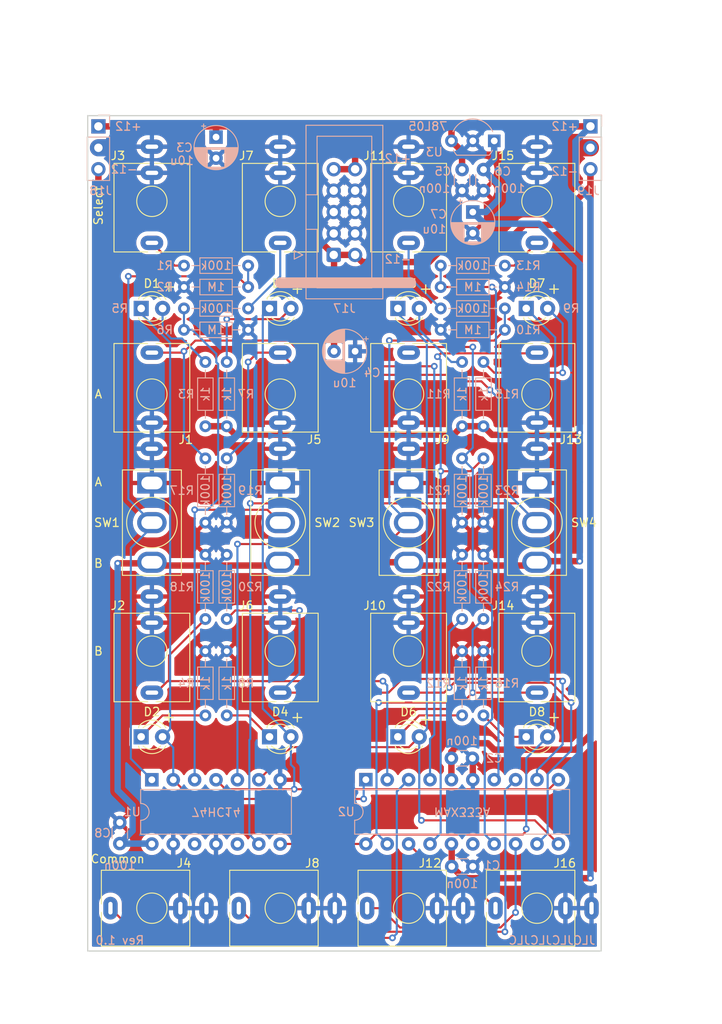
<source format=kicad_pcb>
(kicad_pcb (version 20211014) (generator pcbnew)
  (layers (0 "F.Cu" signal) (31 "B.Cu" signal) (34 "B.Paste" user) (35 "F.Paste" user) (36 "B.SilkS" user "B.Silkscreen") (37 "F.SilkS" user "F.Silkscreen") (38 "B.Mask" user) (39 "F.Mask" user) (44 "Edge.Cuts" user))
  (net 0 "")
  (net 1 "GND")
  (net 2 "VCC")
  (net 3 "VEE")
  (net 4 "+5V")
  (net 5 "Net-(D1-Pad1)")
  (net 6 "Net-(D2-Pad1)")
  (net 7 "Net-(J1-PadT)")
  (net 8 "Net-(J2-PadT)")
  (net 9 "Net-(J3-PadT)")
  (net 10 "Net-(J4-PadT)")
  (net 11 "Net-(J5-PadT)")
  (net 12 "Net-(J6-PadT)")
  (net 13 "Net-(J7-PadT)")
  (net 14 "Net-(J8-PadT)")
  (net 15 "Net-(J9-PadT)")
  (net 16 "Net-(J10-PadT)")
  (net 17 "Net-(J11-PadT)")
  (net 18 "Net-(J12-PadT)")
  (net 19 "Net-(J13-PadT)")
  (net 20 "Net-(J14-PadT)")
  (net 21 "Net-(J15-PadT)")
  (net 22 "Net-(J16-PadT)")
  (net 23 "Net-(R1-Pad2)")
  (net 27 "Net-(D3-Pad1)")
  (net 28 "Net-(D4-Pad1)")
  (net 29 "Net-(D5-Pad1)")
  (net 30 "Net-(D6-Pad1)")
  (net 31 "Net-(R5-Pad2)")
  (net 32 "Net-(R13-Pad2)")
  (net 33 "Net-(D1-Pad2)")
  (net 34 "Net-(D3-Pad2)")
  (net 35 "Net-(D7-Pad1)")
  (net 36 "Net-(D5-Pad2)")
  (net 37 "Net-(D8-Pad1)")
  (net 38 "Net-(D7-Pad2)")
  (net 39 "Net-(R10-Pad2)")
  (footprint "AAA_Library:Jack_3.5mm_QingPu_WQP-PJ398SM_Stefan" (layer "F.Cu") (at 73.66 83.82 180)
    (fp_text reference "J5")
    (fp_text value "AudioJack2_SwitchT")
  )
  (footprint "AAA_Library:Jack_3.5mm_QingPu_WQP-PJ398SM_Stefan" (layer "F.Cu") (at 58.42 144.78 -90)
    (fp_text reference "J4")
    (fp_text value "AudioJack2_SwitchT")
  )
  (footprint "AAA_Library:Jack_3.5mm_QingPu_WQP-PJ398SM_Stefan" (layer "F.Cu") (at 58.42 83.82 180)
    (fp_text reference "J1")
    (fp_text value "AudioJack2_SwitchT")
  )
  (footprint "LED_THT:LED_D3.0mm" (layer "F.Cu") (at 72.39 73.66)
    (fp_text reference "D3")
    (fp_text value "LED")
  )
  (footprint "AAA_Library:Jack_3.5mm_QingPu_WQP-PJ398SM_Stefan" (layer "F.Cu") (at 73.66 114.3)
    (fp_text reference "J6")
    (fp_text value "AudioJack2_SwitchT")
  )
  (footprint "AAA_Library:Jack_3.5mm_QingPu_WQP-PJ398SM_Stefan" (layer "F.Cu") (at 88.9 60.96)
    (fp_text reference "J11")
    (fp_text value "AudioJack2_SwitchT")
  )
  (footprint "AAA_Library:Jack_3.5mm_QingPu_WQP-PJ398SM_Stefan" (layer "F.Cu") (at 88.9 83.82 180)
    (fp_text reference "J9")
    (fp_text value "AudioJack2_SwitchT")
  )
  (footprint "LED_THT:LED_D3.0mm" (layer "F.Cu") (at 57.15 73.66)
    (fp_text reference "D1")
    (fp_text value "LED")
  )
  (footprint "StefanLibrary:SW_MINI_TOGGLE" (layer "F.Cu") (at 104.14 99.06 -90)
    (fp_text reference "SW4")
    (fp_text value "SW_SPDT")
  )
  (footprint "LED_THT:LED_D3.0mm" (layer "F.Cu") (at 102.865 124.46)
    (fp_text reference "D8")
    (fp_text value "LED")
  )
  (footprint "LED_THT:LED_D3.0mm" (layer "F.Cu") (at 87.625 124.46)
    (fp_text reference "D6")
    (fp_text value "LED")
  )
  (footprint "AAA_Library:Jack_3.5mm_QingPu_WQP-PJ398SM_Stefan" (layer "F.Cu") (at 58.42 114.3)
    (fp_text reference "J2")
    (fp_text value "AudioJack2_SwitchT")
  )
  (footprint "LED_THT:LED_D3.0mm" (layer "F.Cu") (at 72.385 124.46)
    (fp_text reference "D4")
    (fp_text value "LED")
  )
  (footprint "AAA_Library:Jack_3.5mm_QingPu_WQP-PJ398SM_Stefan" (layer "F.Cu") (at 73.66 60.96)
    (fp_text reference "J7")
    (fp_text value "AudioJack2_SwitchT")
  )
  (footprint "AAA_Library:Jack_3.5mm_QingPu_WQP-PJ398SM_Stefan" (layer "F.Cu") (at 88.9 144.78 -90)
    (fp_text reference "J12")
    (fp_text value "AudioJack2_SwitchT")
  )
  (footprint "AAA_Library:Jack_3.5mm_QingPu_WQP-PJ398SM_Stefan" (layer "F.Cu") (at 58.42 60.96)
    (fp_text reference "J3")
    (fp_text value "AudioJack2_SwitchT")
  )
  (footprint "AAA_Library:Jack_3.5mm_QingPu_WQP-PJ398SM_Stefan" (layer "F.Cu") (at 73.66 144.78 -90)
    (fp_text reference "J8")
    (fp_text value "AudioJack2_SwitchT")
  )
  (footprint "LED_THT:LED_D3.0mm" (layer "F.Cu") (at 57.145 124.46)
    (fp_text reference "D2")
    (fp_text value "LED")
  )
  (footprint "AAA_Library:Jack_3.5mm_QingPu_WQP-PJ398SM_Stefan" (layer "F.Cu") (at 104.14 114.3)
    (fp_text reference "J14")
    (fp_text value "AudioJack2_SwitchT")
  )
  (footprint "StefanLibrary:SW_MINI_TOGGLE" (layer "F.Cu") (at 73.66 99.06 -90)
    (fp_text reference "SW2")
    (fp_text value "SW_SPDT")
  )
  (footprint "LED_THT:LED_D3.0mm" (layer "F.Cu") (at 102.87 73.66)
    (fp_text reference "D7")
    (fp_text value "LED")
  )
  (footprint "StefanLibrary:SW_MINI_TOGGLE" (layer "F.Cu") (at 88.9 99.06 -90)
    (fp_text reference "SW3")
    (fp_text value "SW_SPDT")
  )
  (footprint "StefanLibrary:SW_MINI_TOGGLE" (layer "F.Cu") (at 58.42 99.06 -90)
    (fp_text reference "SW1")
    (fp_text value "SW_SPDT")
  )
  (footprint "AAA_Library:Jack_3.5mm_QingPu_WQP-PJ398SM_Stefan" (layer "F.Cu") (at 104.14 60.96)
    (fp_text reference "J15")
    (fp_text value "AudioJack2_SwitchT")
  )
  (footprint "AAA_Library:Jack_3.5mm_QingPu_WQP-PJ398SM_Stefan" (layer "F.Cu") (at 88.9 114.3)
    (fp_text reference "J10")
    (fp_text value "AudioJack2_SwitchT")
  )
  (footprint "AAA_Library:Jack_3.5mm_QingPu_WQP-PJ398SM_Stefan" (layer "F.Cu") (at 104.14 83.82 180)
    (fp_text reference "J13")
    (fp_text value "AudioJack2_SwitchT")
  )
  (footprint "AAA_Library:Jack_3.5mm_QingPu_WQP-PJ398SM_Stefan" (layer "F.Cu") (at 104.14 144.78 -90)
    (fp_text reference "J16")
    (fp_text value "AudioJack2_SwitchT")
  )
  (footprint "LED_THT:LED_D3.0mm" (layer "F.Cu") (at 87.63 73.66)
    (fp_text reference "D5")
    (fp_text value "LED")
  )
  (footprint "Resistor_THT:R_Axial_DIN0204_L3.6mm_D1.6mm_P7.62mm_Horizontal" (layer "B.Cu") (at 97.79 80.01 -90)
    (fp_text reference "R15")
    (fp_text value "1k")
  )
  (footprint "Package_TO_SOT_THT:TO-92L_Inline_Wide" (layer "B.Cu") (at 99.07 53.79 180)
    (fp_text reference "U3")
    (fp_text value "L78L05_TO92")
  )
  (footprint "Resistor_THT:R_Axial_DIN0204_L3.6mm_D1.6mm_P7.62mm_Horizontal" (layer "B.Cu") (at 67.31 80.01 -90)
    (fp_text reference "R7")
    (fp_text value "1k")
  )
  (footprint "Resistor_THT:R_Axial_DIN0204_L3.6mm_D1.6mm_P7.62mm_Horizontal" (layer "B.Cu") (at 64.77 80.01 -90)
    (fp_text reference "R3")
    (fp_text value "1k")
  )
  (footprint "Capacitor_THT:CP_Radial_D5.0mm_P2.50mm" (layer "B.Cu") (at 96.52 62.23 -90)
    (fp_text reference "C7")
    (fp_text value "10u")
  )
  (footprint "Resistor_THT:R_Axial_DIN0204_L3.6mm_D1.6mm_P7.62mm_Horizontal" (layer "B.Cu") (at 64.77 99.06 90)
    (fp_text reference "R17")
    (fp_text value "100k")
  )
  (footprint "Resistor_THT:R_Axial_DIN0204_L3.6mm_D1.6mm_P7.62mm_Horizontal" (layer "B.Cu") (at 67.31 114.3 -90)
    (fp_text reference "R8")
    (fp_text value "1k")
  )
  (footprint "Resistor_THT:R_Axial_DIN0204_L3.6mm_D1.6mm_P7.62mm_Horizontal" (layer "B.Cu") (at 62.23 71.12)
    (fp_text reference "R2")
    (fp_text value "1M")
  )
  (footprint "Resistor_THT:R_Axial_DIN0204_L3.6mm_D1.6mm_P7.62mm_Horizontal" (layer "B.Cu") (at 62.23 68.58)
    (fp_text reference "R1")
    (fp_text value "100k")
  )
  (footprint "Connector_IDC:IDC-Header_2x05_P2.54mm_Vertical" (layer "B.Cu") (at 80.01 67.31)
    (fp_text reference "J17")
    (fp_text value "Conn_02x05_Odd_Even")
  )
  (footprint "Resistor_THT:R_Axial_DIN0204_L3.6mm_D1.6mm_P7.62mm_Horizontal" (layer "B.Cu") (at 64.77 102.87 -90)
    (fp_text reference "R18")
    (fp_text value "100k")
  )
  (footprint "Resistor_THT:R_Axial_DIN0204_L3.6mm_D1.6mm_P7.62mm_Horizontal" (layer "B.Cu") (at 97.79 114.3 -90)
    (fp_text reference "R16")
    (fp_text value "1k")
  )
  (footprint "Capacitor_THT:CP_Radial_D5.0mm_P2.50mm" (layer "B.Cu") (at 66.04 53.34 -90)
    (fp_text reference "C3")
    (fp_text value "10u")
  )
  (footprint "Resistor_THT:R_Axial_DIN0204_L3.6mm_D1.6mm_P7.62mm_Horizontal" (layer "B.Cu") (at 67.31 99.06 90)
    (fp_text reference "R19")
    (fp_text value "100k")
  )
  (footprint "Connector_PinHeader_2.54mm:PinHeader_1x03_P2.54mm_Vertical" (layer "B.Cu") (at 110.49 52.07 180)
    (fp_text reference "J19")
    (fp_text value "Conn_01x03_Male")
  )
  (footprint "Package_DIP:DIP-20_W7.62mm" (layer "B.Cu") (at 83.825004 129.54 -90)
    (fp_text reference "U2")
    (fp_text value "MAX333A")
  )
  (footprint "Resistor_THT:R_Axial_DIN0204_L3.6mm_D1.6mm_P7.62mm_Horizontal" (layer "B.Cu") (at 67.31 102.87 -90)
    (fp_text reference "R20")
    (fp_text value "100k")
  )
  (footprint "Resistor_THT:R_Axial_DIN0204_L3.6mm_D1.6mm_P7.62mm_Horizontal" (layer "B.Cu") (at 97.79 99.06 90)
    (fp_text reference "R23")
    (fp_text value "100k")
  )
  (footprint "Resistor_THT:R_Axial_DIN0204_L3.6mm_D1.6mm_P7.62mm_Horizontal" (layer "B.Cu") (at 69.85 73.66 180)
    (fp_text reference "R5")
    (fp_text value "100k")
  )
  (footprint "Capacitor_THT:C_Disc_D3.0mm_W1.6mm_P2.50mm" (layer "B.Cu") (at 96.52 139.833807 180)
    (fp_text reference "C1")
    (fp_text value "100n")
  )
  (footprint "Capacitor_THT:C_Disc_D3.0mm_W1.6mm_P2.50mm" (layer "B.Cu") (at 97.79 59.69 90)
    (fp_text reference "C6")
    (fp_text value "100n")
  )
  (footprint "Resistor_THT:R_Axial_DIN0204_L3.6mm_D1.6mm_P7.62mm_Horizontal" (layer "B.Cu") (at 92.71 73.66)
    (fp_text reference "R9")
    (fp_text value "100k")
  )
  (footprint "Package_DIP:DIP-14_W7.62mm" (layer "B.Cu") (at 58.414996 129.550008 -90)
    (fp_text reference "U1")
    (fp_text value "74HC14")
  )
  (footprint "Capacitor_THT:C_Disc_D3.0mm_W1.6mm_P2.50mm" (layer "B.Cu") (at 93.98 127)
    (fp_text reference "C2")
    (fp_text value "100n")
  )
  (footprint "Resistor_THT:R_Axial_DIN0204_L3.6mm_D1.6mm_P7.62mm_Horizontal" (layer "B.Cu") (at 64.77 114.3 -90)
    (fp_text reference "R4")
    (fp_text value "1k")
  )
  (footprint "Resistor_THT:R_Axial_DIN0204_L3.6mm_D1.6mm_P7.62mm_Horizontal" (layer "B.Cu") (at 97.79 102.87 -90)
    (fp_text reference "R24")
    (fp_text value "100k")
  )
  (footprint "Resistor_THT:R_Axial_DIN0204_L3.6mm_D1.6mm_P7.62mm_Horizontal" (layer "B.Cu") (at 95.25 99.06 90)
    (fp_text reference "R21")
    (fp_text value "100k")
  )
  (footprint "Resistor_THT:R_Axial_DIN0204_L3.6mm_D1.6mm_P7.62mm_Horizontal" (layer "B.Cu") (at 100.33 68.58 180)
    (fp_text reference "R13")
    (fp_text value "100k")
  )
  (footprint "Capacitor_THT:C_Disc_D3.0mm_W1.6mm_P2.50mm" (layer "B.Cu") (at 95.25 59.69 90)
    (fp_text reference "C5")
    (fp_text value "100n")
  )
  (footprint "Resistor_THT:R_Axial_DIN0204_L3.6mm_D1.6mm_P7.62mm_Horizontal" (layer "B.Cu") (at 69.85 76.2 180)
    (fp_text reference "R6")
    (fp_text value "1M")
  )
  (footprint "Resistor_THT:R_Axial_DIN0204_L3.6mm_D1.6mm_P7.62mm_Horizontal" (layer "B.Cu") (at 95.25 114.3 -90)
    (fp_text reference "R12")
    (fp_text value "1k")
  )
  (footprint "Resistor_THT:R_Axial_DIN0204_L3.6mm_D1.6mm_P7.62mm_Horizontal" (layer "B.Cu") (at 92.71 76.2)
    (fp_text reference "R10")
    (fp_text value "1M")
  )
  (footprint "Resistor_THT:R_Axial_DIN0204_L3.6mm_D1.6mm_P7.62mm_Horizontal" (layer "B.Cu") (at 100.33 71.12 180)
    (fp_text reference "R14")
    (fp_text value "1M")
  )
  (footprint "Connector_PinHeader_2.54mm:PinHeader_1x03_P2.54mm_Vertical" (layer "B.Cu") (at 52.07 52.07 180)
    (fp_text reference "J18")
    (fp_text value "Conn_01x03_Male")
  )
  (footprint "Resistor_THT:R_Axial_DIN0204_L3.6mm_D1.6mm_P7.62mm_Horizontal" (layer "B.Cu") (at 95.25 80.01 -90)
    (fp_text reference "R11")
    (fp_text value "1k")
  )
  (footprint "Capacitor_THT:C_Disc_D3.0mm_W1.6mm_P2.50mm" (layer "B.Cu") (at 54.61 134.62 -90)
    (fp_text reference "C8")
    (fp_text value "100n")
  )
  (footprint "Capacitor_THT:CP_Radial_D5.0mm_P2.50mm" (layer "B.Cu") (at 82.55 78.74 180)
    (fp_text reference "C4")
    (fp_text value "10u")
  )
  (footprint "Resistor_THT:R_Axial_DIN0204_L3.6mm_D1.6mm_P7.62mm_Horizontal" (layer "B.Cu") (at 95.25 102.87 -90)
    (fp_text reference "R22")
    (fp_text value "100k")
  )
  (gr_line (start 73.66 70.612) (end 89.154 70.612) (layer "B.SilkS") (width 1.27))
  (gr_line (start 75.184 122.174) (end 76.2 122.174) (layer "F.SilkS") (width 0.15))
  (gr_line (start 59.944 71.12) (end 60.96 71.12) (layer "F.SilkS") (width 0.15))
  (gr_line (start 105.664 122.174) (end 106.68 122.174) (layer "F.SilkS") (width 0.15))
  (gr_line (start 75.692 70.866) (end 75.692 71.882) (layer "F.SilkS") (width 0.15))
  (gr_line (start 106.172 121.666) (end 106.172 122.682) (layer "F.SilkS") (width 0.15))
  (gr_line (start 90.932 121.92) (end 90.932 122.936) (layer "F.SilkS") (width 0.15))
  (gr_line (start 90.932 70.866) (end 90.932 71.882) (layer "F.SilkS") (width 0.15))
  (gr_line (start 90.424 122.428) (end 91.44 122.428) (layer "F.SilkS") (width 0.15))
  (gr_line (start 106.172 70.866) (end 106.172 71.882) (layer "F.SilkS") (width 0.15))
  (gr_line (start 90.424 71.374) (end 91.44 71.374) (layer "F.SilkS") (width 0.15))
  (gr_line (start 75.692 121.666) (end 75.692 122.682) (layer "F.SilkS") (width 0.15))
  (gr_line (start 59.944 122.174) (end 60.96 122.174) (layer "F.SilkS") (width 0.15))
  (gr_line (start 60.452 70.612) (end 60.452 71.628) (layer "F.SilkS") (width 0.15))
  (gr_line (start 105.664 71.374) (end 106.68 71.374) (layer "F.SilkS") (width 0.15))
  (gr_line (start 75.184 71.374) (end 76.2 71.374) (layer "F.SilkS") (width 0.15))
  (gr_line (start 60.452 121.666) (end 60.452 122.682) (layer "F.SilkS") (width 0.15))
  (gr_rect (start 50.8 50.8) (end 111.76 149.86) (layer "Edge.Cuts") (width 0.15) (fill none))
  (gr_text "-12" (at 55.118 57.15) (layer "B.SilkS") (effects (font (size 1 1)) (justify mirror)))
  (gr_text "-12" (at 87.63 67.818) (layer "B.SilkS") (effects (font (size 1 1)) (justify mirror)))
  (gr_text "+12" (at 87.63 55.88) (layer "B.SilkS") (effects (font (size 1 1)) (justify mirror)))
  (gr_text "-12" (at 107.442 57.404) (layer "B.SilkS") (effects (font (size 1 1)) (justify mirror)))
  (gr_text "+12" (at 107.442 52.07) (layer "B.SilkS") (effects (font (size 1 1)) (justify mirror)))
  (gr_text "Rev 1.0" (at 54.61 148.59) (layer "B.SilkS") (effects (font (size 1 1)) (justify mirror)))
  (gr_text "78L05" (at 91.186 52.07) (layer "B.SilkS") (effects (font (size 1 1)) (justify mirror)))
  (gr_text "+12" (at 55.626 52.07) (layer "B.SilkS") (effects (font (size 1 1)) (justify mirror)))
  (gr_text "JLCJLCJLCJLC" (at 105.918 148.59) (layer "B.SilkS") (effects (font (size 1 1)) (justify mirror)))
  (gr_text "Select" (at 52.07 61.468 90) (layer "F.SilkS") (effects (font (size 1 1))))
  (gr_text "B" (at 52.07 114.3) (layer "F.SilkS") (effects (font (size 1 1))))
  (gr_text "A" (at 52.07 83.82) (layer "F.SilkS") (effects (font (size 1 1))))
  (gr_text "A" (at 52.07 94.234) (layer "F.SilkS") (effects (font (size 1 1))))
  (gr_text "Common" (at 54.356 138.938) (layer "F.SilkS") (effects (font (size 1 1))))
  (gr_text "B" (at 52.07 103.886) (layer "F.SilkS") (effects (font (size 1 1))))
  (segment (start 96.525 127.045) (end 96.48 127) (width 0.25) (layer "F.Cu") (net 1))
  (segment (start 96.525004 129.54) (end 96.525004 127.045009) (width 0.762) (layer "F.Cu") (net 1))
  (segment (start 52.07 54.61) (end 54.61 54.61) (width 2.032) (layer "F.Cu") (net 1))
  (segment (start 107.95 54.61) (end 110.49 54.61) (width 2.032) (layer "F.Cu") (net 1))
  (segment (start 52.07 54.61) (end 54.61 54.61) (width 2.032) (layer "B.Cu") (net 1))
  (segment (start 95.25 55.05) (end 93.99 53.79) (width 0.762) (layer "F.Cu") (net 2))
  (segment (start 93.99 53.79) (end 93.99 52.08) (width 0.762) (layer "F.Cu") (net 2))
  (segment (start 82.55 57.15) (end 82.55 52.324) (width 0.762) (layer "F.Cu") (net 2))
  (segment (start 110.49 141.224) (end 95.41019 141.224) (width 0.762) (layer "F.Cu") (net 2))
  (segment (start 94.02 139.83381) (end 94.02 137.195) (width 0.762) (layer "F.Cu") (net 2))
  (segment (start 80.01 57.15) (end 82.55 57.15) (width 0.762) (layer "F.Cu") (net 2))
  (segment (start 95.41019 141.224) (end 94.02 139.83381) (width 0.762) (layer "F.Cu") (net 2))
  (segment (start 95.25 57.19) (end 95.25 55.05) (width 0.762) (layer "F.Cu") (net 2))
  (segment (start 66.04 53.34) (end 66.04 52.324) (width 0.762) (layer "F.Cu") (net 2))
  (segment (start 93.99 52.08) (end 93.98 52.07) (width 0.762) (layer "F.Cu") (net 2))
  (segment (start 65.786 52.07) (end 82.296 52.07) (width 0.762) (layer "F.Cu") (net 2))
  (segment (start 94.02 137.195) (end 93.985 137.16) (width 0.762) (layer "F.Cu") (net 2))
  (segment (start 66.04 52.324) (end 65.786 52.07) (width 0.762) (layer "F.Cu") (net 2))
  (segment (start 52.07 52.07) (end 65.786 52.07) (width 0.762) (layer "F.Cu") (net 2))
  (segment (start 82.55 52.324) (end 82.296 52.07) (width 0.762) (layer "F.Cu") (net 2))
  (segment (start 93.98 52.07) (end 110.49 52.07) (width 0.762) (layer "F.Cu") (net 2))
  (segment (start 82.296 52.07) (end 93.98 52.07) (width 0.762) (layer "F.Cu") (net 2))
  (via (at 110.49 141.224) (size 0.8) (drill 0.4) (layers "F.Cu" "B.Cu") (net 2))
  (segment (start 108.712 58.928) (end 110.49 60.706) (width 0.762) (layer "B.Cu") (net 2))
  (segment (start 110.49 52.07) (end 108.712 53.848) (width 0.762) (layer "B.Cu") (net 2))
  (segment (start 110.49 60.706) (end 110.49 141.224) (width 0.762) (layer "B.Cu") (net 2))
  (segment (start 108.712 53.848) (end 108.712 58.928) (width 0.762) (layer "B.Cu") (net 2))
  (segment (start 80.05 78.74) (end 80.05 67.35) (width 0.762) (layer "F.Cu") (net 3))
  (segment (start 82.55 67.31) (end 83.4 68.16) (width 0.762) (layer "F.Cu") (net 3))
  (segment (start 83.4 68.16) (end 91.319083 68.16) (width 0.762) (layer "F.Cu") (net 3))
  (segment (start 56.642 63.754) (end 52.07 59.182) (width 0.762) (layer "F.Cu") (net 3))
  (segment (start 91.319083 68.16) (end 93.368572 66.110511) (width 0.762) (layer "F.Cu") (net 3))
  (segment (start 52.07 59.182) (end 52.07 57.15) (width 0.762) (layer "F.Cu") (net 3))
  (segment (start 105.918 63.754) (end 110.49 59.182) (width 0.762) (layer "F.Cu") (net 3))
  (segment (start 80.01 67.31) (end 76.454 63.754) (width 0.762) (layer "F.Cu") (net 3))
  (segment (start 94.996 125.222) (end 93.98 126.238) (width 0.762) (layer "F.Cu") (net 3))
  (segment (start 76.454 63.754) (end 56.642 63.754) (width 0.762) (layer "F.Cu") (net 3))
  (segment (start 93.98 129.535) (end 93.985 129.54) (width 0.762) (layer "F.Cu") (net 3))
  (segment (start 80.05 67.35) (end 80.01 67.31) (width 0.762) (layer "F.Cu") (net 3))
  (segment (start 93.368572 66.110511) (end 100.259489 66.110511) (width 0.762) (layer "F.Cu") (net 3))
  (segment (start 93.98 126.238) (end 93.98 127) (width 0.762) (layer "F.Cu") (net 3))
  (segment (start 99.06 125.984) (end 98.298 125.222) (width 0.762) (layer "F.Cu") (net 3))
  (segment (start 110.49 57.15) (end 110.49 124.206) (width 0.762) (layer "F.Cu") (net 3))
  (segment (start 98.298 125.222) (end 94.996 125.222) (width 0.762) (layer "F.Cu") (net 3))
  (segment (start 82.55 67.31) (end 80.01 67.31) (width 0.762) (layer "F.Cu") (net 3))
  (segment (start 108.712 125.984) (end 99.06 125.984) (width 0.762) (layer "F.Cu") (net 3))
  (segment (start 102.616 63.754) (end 105.918 63.754) (width 0.762) (layer "F.Cu") (net 3))
  (segment (start 110.49 124.206) (end 108.712 125.984) (width 0.762) (layer "F.Cu") (net 3))
  (segment (start 110.49 59.182) (end 110.49 57.15) (width 0.762) (layer "F.Cu") (net 3))
  (segment (start 93.98 127) (end 93.98 129.535) (width 0.762) (layer "F.Cu") (net 3))
  (segment (start 100.259489 66.110511) (end 102.616 63.754) (width 0.762) (layer "F.Cu") (net 3))
  (segment (start 58.42 103.76) (end 57.022 103.76) (width 0.762) (layer "F.Cu") (net 4))
  (segment (start 67.31 87.63) (end 68.31052 88.63052) (width 0.762) (layer "F.Cu") (net 4))
  (segment (start 64.77 87.63) (end 67.31 87.63) (width 0.762) (layer "F.Cu") (net 4))
  (segment (start 57.022 103.76) (end 56.896 103.886) (width 0.762) (layer "F.Cu") (net 4))
  (segment (start 88.9 103.76) (end 73.66 103.76) (width 0.762) (layer "F.Cu") (net 4))
  (segment (start 108.966 88.646) (end 109.22 88.392) (width 0.762) (layer "F.Cu") (net 4))
  (segment (start 89.290511 104.150511) (end 88.9 103.76) (width 0.762) (layer "F.Cu") (net 4))
  (segment (start 97.79 87.63) (end 98.806 88.646) (width 0.762) (layer "F.Cu") (net 4))
  (segment (start 98.806 88.646) (end 108.966 88.646) (width 0.762) (layer "F.Cu") (net 4))
  (segment (start 68.31052 88.63052) (end 94.24948 88.63052) (width 0.762) (layer "F.Cu") (net 4))
  (segment (start 103.749489 104.150511) (end 89.290511 104.150511) (width 0.762) (layer "F.Cu") (net 4))
  (segment (start 56.896 103.886) (end 54.356 103.886) (width 0.762) (layer "F.Cu") (net 4))
  (segment (start 94.24948 88.63052) (end 95.25 87.63) (width 0.762) (layer "F.Cu") (net 4))
  (segment (start 73.66 103.76) (end 73.269489 104.150511) (width 0.762) (layer "F.Cu") (net 4))
  (segment (start 104.268 103.632) (end 104.14 103.76) (width 0.762) (layer "F.Cu") (net 4))
  (segment (start 104.14 103.76) (end 103.749489 104.150511) (width 0.762) (layer "F.Cu") (net 4))
  (segment (start 73.269489 104.150511) (end 58.810511 104.150511) (width 0.762) (layer "F.Cu") (net 4))
  (segment (start 58.810511 104.150511) (end 58.42 103.76) (width 0.762) (layer "F.Cu") (net 4))
  (segment (start 95.25 87.63) (end 97.79 87.63) (width 0.762) (layer "F.Cu") (net 4))
  (segment (start 109.22 103.632) (end 104.268 103.632) (width 0.762) (layer "F.Cu") (net 4))
  (via (at 109.22 103.632) (size 0.8) (drill 0.4) (layers "F.Cu" "B.Cu") (net 4))
  (via (at 109.22 88.392) (size 0.8) (drill 0.4) (layers "F.Cu" "B.Cu") (net 4))
  (via (at 54.356 103.886) (size 0.8) (drill 0.4) (layers "F.Cu" "B.Cu") (net 4))
  (segment (start 98.082 62.23) (end 99.568 60.744) (width 0.762) (layer "B.Cu") (net 4))
  (segment (start 99.06 55.92) (end 99.06 53.8) (width 0.762) (layer "B.Cu") (net 4))
  (segment (start 104.393571 63.610511) (end 109.22 68.43694) (width 0.762) (layer "B.Cu") (net 4))
  (segment (start 109.22 103.124) (end 109.22 103.632) (width 0.762) (layer "B.Cu") (net 4))
  (segment (start 109.22 69.088) (end 109.22 88.392) (width 0.762) (layer "B.Cu") (net 4))
  (segment (start 96.52 62.23) (end 98.082 62.23) (width 0.762) (layer "B.Cu") (net 4))
  (segment (start 96.52 62.23) (end 97.900511 63.610511) (width 0.762) (layer "B.Cu") (net 4))
  (segment (start 97.79 57.19) (end 99.06 55.92) (width 0.762) (layer "B.Cu") (net 4))
  (segment (start 99.06 53.8) (end 99.07 53.79) (width 0.762) (layer "B.Cu") (net 4))
  (segment (start 58.364988 137.12) (end 58.414996 137.170008) (width 0.762) (layer "B.Cu") (net 4))
  (segment (start 54.356 130.81) (end 56.134 132.588) (width 0.762) (layer "B.Cu") (net 4))
  (segment (start 56.134 132.588) (end 56.134 135.596) (width 0.762) (layer "B.Cu") (net 4))
  (segment (start 109.22 88.392) (end 109.22 94.234) (width 0.762) (layer "B.Cu") (net 4))
  (segment (start 99.568 58.968) (end 97.79 57.19) (width 0.762) (layer "B.Cu") (net 4))
  (segment (start 109.22 68.43694) (end 109.22 69.088) (width 0.762) (layer "B.Cu") (net 4))
  (segment (start 99.568 60.744) (end 99.568 58.968) (width 0.762) (layer "B.Cu") (net 4))
  (segment (start 97.900511 63.610511) (end 104.393571 63.610511) (width 0.762) (layer "B.Cu") (net 4))
  (segment (start 54.356 103.886) (end 54.356 130.81) (width 0.762) (layer "B.Cu") (net 4))
  (segment (start 54.61 137.12) (end 58.364988 137.12) (width 0.762) (layer "B.Cu") (net 4))
  (segment (start 56.134 135.596) (end 54.61 137.12) (width 0.762) (layer "B.Cu") (net 4))
  (segment (start 109.22 94.234) (end 109.22 103.124) (width 0.762) (layer "B.Cu") (net 4))
  (segment (start 62.215 130.81) (end 62.23 130.81) (width 0.25) (layer "F.Cu") (net 5))
  (segment (start 63.246 131.826) (end 83.566 131.826) (width 0.25) (layer "F.Cu") (net 5))
  (segment (start 60.955 129.55) (end 62.215 130.81) (width 0.25) (layer "F.Cu") (net 5))
  (segment (start 62.23 130.81) (end 63.246 131.826) (width 0.25) (layer "F.Cu") (net 5))
  (via (at 83.566 131.826) (size 0.8) (drill 0.4) (layers "F.Cu" "B.Cu") (net 5))
  (segment (start 60.585 123.56) (end 60.585 77.730704) (width 0.25) (layer "B.Cu") (net 5))
  (segment (start 60.585 77.730704) (end 57.15 74.295704) (width 0.25) (layer "B.Cu") (net 5))
  (segment (start 57.15 74.295704) (end 57.15 73.66) (width 0.25) (layer "B.Cu") (net 5))
  (segment (start 60.955 125.73) (end 59.685 124.46) (width 0.25) (layer "B.Cu") (net 5))
  (segment (start 83.566 131.826) (end 83.566 129.799) (width 0.25) (layer "B.Cu") (net 5))
  (segment (start 59.685 124.46) (end 60.585 123.56) (width 0.25) (layer "B.Cu") (net 5))
  (segment (start 83.566 129.799) (end 83.825 129.54) (width 0.25) (layer "B.Cu") (net 5))
  (segment (start 60.955 129.55) (end 60.955 125.73) (width 0.25) (layer "B.Cu") (net 5))
  (segment (start 59.685 121.92) (end 64.77 121.92) (width 0.25) (layer "F.Cu") (net 6))
  (segment (start 57.145 124.46) (end 59.685 121.92) (width 0.25) (layer "F.Cu") (net 6))
  (segment (start 77.724 80.518) (end 74.676 77.47) (width 0.25) (layer "F.Cu") (net 7))
  (segment (start 63.58 77.47) (end 62.15 78.9) (width 0.25) (layer "F.Cu") (net 7))
  (segment (start 91.948 80.518) (end 77.724 80.518) (width 0.25) (layer "F.Cu") (net 7))
  (segment (start 74.676 77.47) (end 63.58 77.47) (width 0.25) (layer "F.Cu") (net 7))
  (segment (start 62.15 78.9) (end 58.42 78.9) (width 0.25) (layer "F.Cu") (net 7))
  (via (at 62.23 78.740002) (size 0.8) (drill 0.4) (layers "F.Cu" "B.Cu") (net 7))
  (via (at 91.948 80.518) (size 0.8) (drill 0.4) (layers "F.Cu" "B.Cu") (net 7))
  (segment (start 62.23 88.9) (end 62.23 78.740002) (width 0.25) (layer "B.Cu") (net 7))
  (segment (start 91.445 129.54) (end 91.445 124.709) (width 0.25) (layer "B.Cu") (net 7))
  (segment (start 91.948 124.206) (end 91.948 85.344) (width 0.25) (layer "B.Cu") (net 7))
  (segment (start 91.445 124.709) (end 91.948 124.206) (width 0.25) (layer "B.Cu") (net 7))
  (segment (start 91.948 85.344) (end 91.948 80.518) (width 0.25) (layer "B.Cu") (net 7))
  (segment (start 64.77 91.44) (end 62.23 88.9) (width 0.25) (layer "B.Cu") (net 7))
  (segment (start 58.92 119.22) (end 60.284 117.856) (width 0.25) (layer "F.Cu") (net 8))
  (segment (start 60.284 117.856) (end 60.452 117.856) (width 0.25) (layer "F.Cu") (net 8))
  (segment (start 60.452 117.856) (end 60.452 114.808) (width 0.25) (layer "F.Cu") (net 8))
  (segment (start 58.42 119.22) (end 58.92 119.22) (width 0.25) (layer "F.Cu") (net 8))
  (segment (start 85.344 117.856) (end 85.852 117.856) (width 0.25) (layer "F.Cu") (net 8))
  (segment (start 60.452 114.808) (end 64.77 110.49) (width 0.25) (layer "F.Cu") (net 8))
  (segment (start 60.452 117.856) (end 85.344 117.856) (width 0.25) (layer "F.Cu") (net 8))
  (via (at 85.852 117.856) (size 0.8) (drill 0.4) (layers "F.Cu" "B.Cu") (net 8))
  (segment (start 86.365 118.369) (end 86.365 129.54) (width 0.25) (layer "B.Cu") (net 8))
  (segment (start 85.852 117.856) (end 86.365 118.369) (width 0.25) (layer "B.Cu") (net 8))
  (segment (start 62.23 68.58) (end 61.12 68.58) (width 0.25) (layer "F.Cu") (net 9))
  (segment (start 61.12 68.58) (end 58.42 65.88) (width 0.25) (layer "F.Cu") (net 9))
  (segment (start 53.5 144.78) (end 57.0185 148.2985) (width 0.25) (layer "F.Cu") (net 10))
  (segment (start 57.0185 148.2985) (end 86.981118 148.2985) (width 0.25) (layer "F.Cu") (net 10))
  (via (at 86.981118 148.2985) (size 0.8) (drill 0.4) (layers "F.Cu" "B.Cu") (net 10))
  (segment (start 87.498701 147.780917) (end 86.981118 148.2985) (width 0.25) (layer "B.Cu") (net 10))
  (segment (start 87.498701 130.946299) (end 87.498701 147.780917) (width 0.25) (layer "B.Cu") (net 10))
  (segment (start 88.905 129.54) (end 87.498701 130.946299) (width 0.25) (layer "B.Cu") (net 10))
  (segment (start 69.85 80.01) (end 70.96 78.9) (width 0.25) (layer "F.Cu") (net 11))
  (segment (start 94.055122 81.534) (end 76.294 81.534) (width 0.25) (layer "F.Cu") (net 11))
  (segment (start 94.825633 82.304511) (end 94.055122 81.534) (width 0.25) (layer "F.Cu") (net 11))
  (segment (start 98.552 83.312) (end 97.544511 82.304511) (width 0.25) (layer "F.Cu") (net 11))
  (segment (start 97.544511 82.304511) (end 94.825633 82.304511) (width 0.25) (layer "F.Cu") (net 11))
  (segment (start 70.96 78.9) (end 73.66 78.9) (width 0.25) (layer "F.Cu") (net 11))
  (segment (start 76.294 81.534) (end 73.66 78.9) (width 0.25) (layer "F.Cu") (net 11))
  (via (at 98.552 83.312) (size 0.8) (drill 0.4) (layers "F.Cu" "B.Cu") (net 11))
  (via (at 69.85 80.01) (size 0.8) (drill 0.4) (layers "F.Cu" "B.Cu") (net 11))
  (segment (start 99.568 84.328) (end 98.552 83.312) (width 0.25) (layer "B.Cu") (net 11))
  (segment (start 99.065 129.54) (end 99.568 129.037) (width 0.25) (layer "B.Cu") (net 11))
  (segment (start 69.85 88.9) (end 69.85 81.28) (width 0.25) (layer "B.Cu") (net 11))
  (segment (start 99.568 112.776) (end 99.568 84.328) (width 0.25) (layer "B.Cu") (net 11))
  (segment (start 99.568 129.037) (end 99.568 112.776) (width 0.25) (layer "B.Cu") (net 11))
  (segment (start 67.31 91.44) (end 69.85 88.9) (width 0.25) (layer "B.Cu") (net 11))
  (segment (start 69.85 81.28) (end 69.85 80.01) (width 0.25) (layer "B.Cu") (net 11))
  (segment (start 88.14403 117.59597) (end 106.92797 117.59597) (width 0.25) (layer "F.Cu") (net 12))
  (segment (start 86.52 119.22) (end 88.14403 117.59597) (width 0.25) (layer "F.Cu") (net 12))
  (segment (start 106.92797 117.59597) (end 107.188 117.856) (width 0.25) (layer "F.Cu") (net 12))
  (segment (start 73.66 119.22) (end 86.52 119.22) (width 0.25) (layer "F.Cu") (net 12))
  (segment (start 75.946 109.474) (end 68.326 109.474) (width 0.25) (layer "F.Cu") (net 12))
  (segment (start 68.326 109.474) (end 67.31 110.49) (width 0.25) (layer "F.Cu") (net 12))
  (via (at 75.946 109.474) (size 0.8) (drill 0.4) (layers "F.Cu" "B.Cu") (net 12))
  (via (at 107.188 117.856) (size 0.8) (drill 0.4) (layers "F.Cu" "B.Cu") (net 12))
  (segment (start 75.946 109.982) (end 75.946 109.474) (width 0.25) (layer "B.Cu") (net 12))
  (segment (start 75.946 116.934) (end 75.946 109.982) (width 0.25) (layer "B.Cu") (net 12))
  (segment (start 107.188 117.856) (end 107.188 125.36563) (width 0.25) (layer "B.Cu") (net 12))
  (segment (start 104.145 128.40863) (end 104.145 129.54) (width 0.25) (layer "B.Cu") (net 12))
  (segment (start 73.66 119.22) (end 75.946 116.934) (width 0.25) (layer "B.Cu") (net 12))
  (segment (start 107.188 125.36563) (end 104.145 128.40863) (width 0.25) (layer "B.Cu") (net 12))
  (segment (start 73.66 69.85) (end 73.66 65.88) (width 0.25) (layer "B.Cu") (net 13))
  (segment (start 69.85 73.66) (end 73.66 69.85) (width 0.25) (layer "B.Cu") (net 13))
  (segment (start 100.33 147.574) (end 100.334299 147.578299) (width 0.25) (layer "F.Cu") (net 14))
  (segment (start 68.74 144.78) (end 71.534 147.574) (width 0.25) (layer "F.Cu") (net 14))
  (segment (start 71.534 147.574) (end 100.33 147.574) (width 0.25) (layer "F.Cu") (net 14))
  (via (at 100.334299 147.578299) (size 0.8) (drill 0.4) (layers "F.Cu" "B.Cu") (net 14))
  (segment (start 101.605 129.54) (end 100.33 130.815) (width 0.25) (layer "B.Cu") (net 14))
  (segment (start 100.33 130.815) (end 100.33 131.826) (width 0.25) (layer "B.Cu") (net 14))
  (segment (start 100.39452 131.89052) (end 100.39452 147.518078) (width 0.25) (layer "B.Cu") (net 14))
  (segment (start 100.33 131.826) (end 100.39452 131.89052) (width 0.25) (layer "B.Cu") (net 14))
  (segment (start 100.39452 147.518078) (end 100.334299 147.578299) (width 0.25) (layer "B.Cu") (net 14))
  (segment (start 89.568 78.232) (end 88.9 78.9) (width 0.25) (layer "F.Cu") (net 15))
  (segment (start 96.52 78.232) (end 89.568 78.232) (width 0.25) (layer "F.Cu") (net 15))
  (via (at 96.52 78.232) (size 0.8) (drill 0.4) (layers "F.Cu" "B.Cu") (net 15))
  (segment (start 96.52 92.71) (end 96.52 106.68) (width 0.25) (layer "B.Cu") (net 15))
  (segment (start 96.52 78.232) (end 96.52 90.17) (width 0.25) (layer "B.Cu") (net 15))
  (segment (start 96.52 106.68) (end 98.814511 108.974511) (width 0.25) (layer "B.Cu") (net 15))
  (segment (start 98.814511 108.974511) (end 98.814511 122.344367) (width 0.25) (layer "B.Cu") (net 15))
  (segment (start 98.814511 122.344367) (end 97.940489 123.218389) (width 0.25) (layer "B.Cu") (net 15))
  (segment (start 97.940489 136.035489) (end 99.065 137.16) (width 0.25) (layer "B.Cu") (net 15))
  (segment (start 95.25 91.44) (end 96.52 92.71) (width 0.25) (layer "B.Cu") (net 15))
  (segment (start 96.52 90.17) (end 95.25 91.44) (width 0.25) (layer "B.Cu") (net 15))
  (segment (start 97.940489 123.218389) (end 97.940489 136.035489) (width 0.25) (layer "B.Cu") (net 15))
  (segment (start 94.29852 118.04548) (end 105.85348 118.04548) (width 0.25) (layer "F.Cu") (net 16))
  (segment (start 93.98 118.364) (end 94.29852 118.04548) (width 0.25) (layer "F.Cu") (net 16))
  (segment (start 93.726 118.618) (end 93.98 118.364) (width 0.25) (layer "F.Cu") (net 16))
  (segment (start 105.85348 118.04548) (end 107.188 119.38) (width 0.25) (layer "F.Cu") (net 16))
  (segment (start 88.9 119.22) (end 93.124 119.22) (width 0.25) (layer "F.Cu") (net 16))
  (segment (start 93.124 119.22) (end 93.726 118.618) (width 0.25) (layer "F.Cu") (net 16))
  (segment (start 107.188 119.38) (end 108.204 120.396) (width 0.25) (layer "F.Cu") (net 16))
  (via (at 108.204 120.396) (size 0.8) (drill 0.4) (layers "F.Cu" "B.Cu") (net 16))
  (via (at 93.726 118.618) (size 0.8) (drill 0.4) (layers "F.Cu" "B.Cu") (net 16))
  (segment (start 93.726 112.014) (end 93.726 118.618) (width 0.25) (layer "B.Cu") (net 16))
  (segment (start 95.25 110.49) (end 93.726 112.014) (width 0.25) (layer "B.Cu") (net 16))
  (segment (start 108.204 120.396) (end 108.204 126.08035) (width 0.25) (layer "B.Cu") (net 16))
  (segment (start 105.41 128.87435) (end 105.41 135.895) (width 0.25) (layer "B.Cu") (net 16))
  (segment (start 105.41 135.895) (end 104.145 137.16) (width 0.25) (layer "B.Cu") (net 16))
  (segment (start 108.204 126.08035) (end 105.41 128.87435) (width 0.25) (layer "B.Cu") (net 16))
  (segment (start 88.9 69.85) (end 88.9 65.88) (width 0.25) (layer "B.Cu") (net 17))
  (segment (start 92.71 73.66) (end 88.9 69.85) (width 0.25) (layer "B.Cu") (net 17))
  (segment (start 99.822 147.066) (end 101.6 145.288) (width 0.25) (layer "F.Cu") (net 18))
  (segment (start 85.598 144.78) (end 87.884 147.066) (width 0.25) (layer "F.Cu") (net 18))
  (segment (start 83.98 144.78) (end 85.598 144.78) (width 0.25) (layer "F.Cu") (net 18))
  (segment (start 87.884 147.066) (end 99.822 147.066) (width 0.25) (layer "F.Cu") (net 18))
  (via (at 101.6 145.288) (size 0.8) (drill 0.4) (layers "F.Cu" "B.Cu") (net 18))
  (segment (start 101.605 145.283) (end 101.605 137.16) (width 0.25) (layer "B.Cu") (net 18))
  (segment (start 101.6 145.288) (end 101.605 145.283) (width 0.25) (layer "B.Cu") (net 18))
  (segment (start 97.79 91.44) (end 96.266 92.964) (width 0.25) (layer "F.Cu") (net 19))
  (segment (start 94.817122 78.994) (end 92.71 78.994) (width 0.25) (layer "F.Cu") (net 19))
  (segment (start 92.71 78.994) (end 92.324701 79.379299) (width 0.25) (layer "F.Cu") (net 19))
  (segment (start 104.14 78.9) (end 104.054511 78.985489) (width 0.25) (layer "F.Cu") (net 19))
  (segment (start 104.054511 78.985489) (end 94.825633 78.985489) (width 0.25) (layer "F.Cu") (net 19))
  (segment (start 94.825633 78.985489) (end 94.817122 78.994) (width 0.25) (layer "F.Cu") (net 19))
  (segment (start 96.266 92.964) (end 92.71 92.964) (width 0.25) (layer "F.Cu") (net 19))
  (segment (start 92.71 92.964) (end 92.705701 92.959701) (width 0.25) (layer "F.Cu") (net 19))
  (via (at 92.324701 79.379299) (size 0.8) (drill 0.4) (layers "F.Cu" "B.Cu") (net 19))
  (via (at 92.705701 92.959701) (size 0.8) (drill 0.4) (layers "F.Cu" "B.Cu") (net 19))
  (segment (start 92.705701 135.899299) (end 92.705701 92.959701) (width 0.25) (layer "B.Cu") (net 19))
  (segment (start 92.705701 79.760299) (end 92.324701 79.379299) (width 0.25) (layer "B.Cu") (net 19))
  (segment (start 92.705701 92.959701) (end 92.705701 79.760299) (width 0.25) (layer "B.Cu") (net 19))
  (segment (start 91.445 137.16) (end 92.705701 135.899299) (width 0.25) (layer "B.Cu") (net 19))
  (segment (start 96.501122 119.22) (end 95.325122 120.396) (width 0.25) (layer "F.Cu") (net 20))
  (segment (start 104.14 119.22) (end 96.501122 119.22) (width 0.25) (layer "F.Cu") (net 20))
  (segment (start 95.325122 120.396) (end 86.868 120.396) (width 0.25) (layer "F.Cu") (net 20))
  (segment (start 86.868 120.396) (end 85.344 120.396) (width 0.25) (layer "F.Cu") (net 20))
  (via (at 96.501122 119.22) (size 0.8) (drill 0.4) (layers "F.Cu" "B.Cu") (net 20))
  (via (at 85.344 120.396) (size 0.8) (drill 0.4) (layers "F.Cu" "B.Cu") (net 20))
  (segment (start 96.501122 119.22) (end 96.501122 111.778878) (width 0.25) (layer "B.Cu") (net 20))
  (segment (start 85.09 135.885) (end 86.365 137.16) (width 0.25) (layer "B.Cu") (net 20))
  (segment (start 85.344 120.396) (end 85.09 120.65) (width 0.25) (layer "B.Cu") (net 20))
  (segment (start 96.501122 111.778878) (end 97.79 110.49) (width 0.25) (layer "B.Cu") (net 20))
  (segment (start 85.09 120.65) (end 85.09 135.885) (width 0.25) (layer "B.Cu") (net 20))
  (segment (start 100.33 68.58) (end 101.44 68.58) (width 0.25) (layer "F.Cu") (net 21))
  (segment (start 101.44 68.58) (end 104.14 65.88) (width 0.25) (layer "F.Cu") (net 21))
  (segment (start 92.703321 140.963321) (end 94.234 142.494) (width 0.25) (layer "F.Cu") (net 22))
  (segment (start 88.905 137.16) (end 92.703321 140.958321) (width 0.25) (layer "F.Cu") (net 22))
  (segment (start 94.234 142.494) (end 96.934 142.494) (width 0.25) (layer "F.Cu") (net 22))
  (segment (start 96.934 142.494) (end 99.22 144.78) (width 0.25) (layer "F.Cu") (net 22))
  (segment (start 92.703321 140.958321) (end 92.703321 140.963321) (width 0.25) (layer "F.Cu") (net 22))
  (segment (start 55.626 69.85) (end 68.58 69.85) (width 0.25) (layer "F.Cu") (net 23))
  (segment (start 68.58 69.85) (end 69.85 71.12) (width 0.25) (layer "F.Cu") (net 23))
  (via (at 55.626 69.85) (size 0.8) (drill 0.4) (layers "F.Cu" "B.Cu") (net 23))
  (segment (start 58.415 129.55) (end 55.920489 127.055489) (width 0.25) (layer "B.Cu") (net 23))
  (segment (start 58.42 99.568) (end 58.42 99.06) (width 0.25) (layer "B.Cu") (net 23))
  (segment (start 58.42 99.06) (end 55.626 96.266) (width 0.25) (layer "B.Cu") (net 23))
  (segment (start 55.920489 102.067511) (end 58.42 99.568) (width 0.25) (layer "B.Cu") (net 23))
  (segment (start 55.920489 127.055489) (end 55.920489 102.067511) (width 0.25) (layer "B.Cu") (net 23))
  (segment (start 55.626 93.98) (end 55.626 69.85) (width 0.25) (layer "B.Cu") (net 23))
  (segment (start 55.626 96.266) (end 55.626 93.98) (width 0.25) (layer "B.Cu") (net 23))
  (segment (start 69.85 68.58) (end 69.85 71.12) (width 0.25) (layer "B.Cu") (net 23))
  (segment (start 75.319489 130.674511) (end 105.550489 130.674511) (width 0.25) (layer "F.Cu") (net 27))
  (segment (start 66.035 129.55) (end 67.159511 130.674511) (width 0.25) (layer "F.Cu") (net 27))
  (segment (start 105.550489 130.674511) (end 106.685 129.54) (width 0.25) (layer "F.Cu") (net 27))
  (segment (start 67.159511 130.674511) (end 75.319489 130.674511) (width 0.25) (layer "F.Cu") (net 27))
  (via (at 75.319489 130.674511) (size 0.8) (drill 0.4) (layers "F.Cu" "B.Cu") (net 27))
  (segment (start 74.925 124.46) (end 74.925 127.757) (width 0.25) (layer "B.Cu") (net 27))
  (segment (start 74.925 127.757) (end 75.319489 128.151489) (width 0.25) (layer "B.Cu") (net 27))
  (segment (start 74.925 124.46) (end 71.585489 121.120489) (width 0.25) (layer "B.Cu") (net 27))
  (segment (start 71.585489 74.464511) (end 72.39 73.66) (width 0.25) (layer "B.Cu") (net 27))
  (segment (start 75.319489 128.151489) (end 75.319489 130.674511) (width 0.25) (layer "B.Cu") (net 27))
  (segment (start 71.585489 121.120489) (end 71.585489 74.464511) (width 0.25) (layer "B.Cu") (net 27))
  (segment (start 69.845 121.92) (end 72.385 124.46) (width 0.25) (layer "F.Cu") (net 28))
  (segment (start 67.31 121.92) (end 69.845 121.92) (width 0.25) (layer "F.Cu") (net 28))
  (segment (start 74.980489 125.684511) (end 88.940489 125.684511) (width 0.25) (layer "F.Cu") (net 29))
  (segment (start 106.685 137.16) (end 103.891 134.366) (width 0.25) (layer "F.Cu") (net 29))
  (segment (start 92.456 134.366) (end 90.424 134.366) (width 0.25) (layer "F.Cu") (net 29))
  (segment (start 71.115 129.55) (end 74.980489 125.684511) (width 0.25) (layer "F.Cu") (net 29))
  (segment (start 88.940489 125.684511) (end 90.165 124.46) (width 0.25) (layer "F.Cu") (net 29))
  (segment (start 103.891 134.366) (end 92.456 134.366) (width 0.25) (layer "F.Cu") (net 29))
  (via (at 90.424 134.366) (size 0.8) (drill 0.4) (layers "F.Cu" "B.Cu") (net 29))
  (segment (start 91.065 77.730704) (end 87.63 74.295704) (width 0.25) (layer "B.Cu") (net 29))
  (segment (start 91.065 123.56) (end 91.065 77.730704) (width 0.25) (layer "B.Cu") (net 29))
  (segment (start 87.63 74.295704) (end 87.63 73.66) (width 0.25) (layer "B.Cu") (net 29))
  (segment (start 90.424 134.366) (end 90.165 134.107) (width 0.25) (layer "B.Cu") (net 29))
  (segment (start 90.165 124.46) (end 91.065 123.56) (width 0.25) (layer "B.Cu") (net 29))
  (segment (start 90.165 134.107) (end 90.165 124.46) (width 0.25) (layer "B.Cu") (net 29))
  (segment (start 87.625 124.46) (end 90.165 121.92) (width 0.25) (layer "F.Cu") (net 30))
  (segment (start 90.165 121.92) (end 95.25 121.92) (width 0.25) (layer "F.Cu") (net 30))
  (segment (start 72.136 97.536) (end 73.66 99.06) (width 0.25) (layer "F.Cu") (net 31))
  (segment (start 63.5 97.536) (end 72.136 97.536) (width 0.25) (layer "F.Cu") (net 31))
  (via (at 63.5 97.536) (size 0.8) (drill 0.4) (layers "F.Cu" "B.Cu") (net 31))
  (segment (start 62.23 73.66) (end 62.23 76.2) (width 0.25) (layer "B.Cu") (net 31))
  (segment (start 63.5 99.568) (end 63.5 97.536) (width 0.25) (layer "B.Cu") (net 31))
  (segment (start 63.219949 76.2) (end 66.069511 79.049562) (width 0.25) (layer "B.Cu") (net 31))
  (segment (start 66.285489 96.274511) (end 65.024 97.536) (width 0.25) (layer "B.Cu") (net 31))
  (segment (start 62.23 76.2) (end 63.219949 76.2) (width 0.25) (layer "B.Cu") (net 31))
  (segment (start 63.495 129.55) (end 63.495 99.573) (width 0.25) (layer "B.Cu") (net 31))
  (segment (start 65.024 97.536) (end 63.5 97.536) (width 0.25) (layer "B.Cu") (net 31))
  (segment (start 66.069511 80.039511) (end 66.285489 80.255489) (width 0.25) (layer "B.Cu") (net 31))
  (segment (start 66.285489 80.255489) (end 66.285489 96.274511) (width 0.25) (layer "B.Cu") (net 31))
  (segment (start 63.495 99.573) (end 63.5 99.568) (width 0.25) (layer "B.Cu") (net 31))
  (segment (start 66.069511 79.049562) (end 66.069511 80.039511) (width 0.25) (layer "B.Cu") (net 31))
  (segment (start 101.854 96.774) (end 104.14 99.06) (width 0.25) (layer "F.Cu") (net 32))
  (segment (start 70.104 96.774) (end 101.854 96.774) (width 0.25) (layer "F.Cu") (net 32))
  (segment (start 98.806 71.12) (end 92.71 71.12) (width 0.25) (layer "F.Cu") (net 32))
  (via (at 98.806 71.12) (size 0.8) (drill 0.4) (layers "F.Cu" "B.Cu") (net 32))
  (via (at 70.104 96.774) (size 0.8) (drill 0.4) (layers "F.Cu" "B.Cu") (net 32))
  (segment (start 100.01751 94.93751) (end 100.01751 83.887806) (width 0.25) (layer "B.Cu") (net 32))
  (segment (start 104.14 99.06) (end 100.01751 94.93751) (width 0.25) (layer "B.Cu") (net 32))
  (segment (start 100.01751 83.887806) (end 99.276501 83.146797) (width 0.25) (layer "B.Cu") (net 32))
  (segment (start 92.71 68.58) (end 92.71 71.12) (width 0.25) (layer "B.Cu") (net 32))
  (segment (start 71.115 137.17) (end 69.990489 136.045489) (width 0.25) (layer "B.Cu") (net 32))
  (segment (start 99.276501 71.590501) (end 98.806 71.12) (width 0.25) (layer "B.Cu") (net 32))
  (segment (start 99.276501 83.146797) (end 99.276501 71.590501) (width 0.25) (layer "B.Cu") (net 32))
  (segment (start 70.104 124.714) (end 70.104 96.774) (width 0.25) (layer "B.Cu") (net 32))
  (segment (start 69.990489 136.045489) (end 69.990489 124.827511) (width 0.25) (layer "B.Cu") (net 32))
  (segment (start 69.990489 124.827511) (end 70.104 124.714) (width 0.25) (layer "B.Cu") (net 32))
  (segment (start 59.69 76.2) (end 60.714511 77.224511) (width 0.25) (layer "B.Cu") (net 33))
  (segment (start 60.714511 77.224511) (end 61.984511 77.224511) (width 0.25) (layer "B.Cu") (net 33))
  (segment (start 61.984511 77.224511) (end 64.77 80.01) (width 0.25) (layer "B.Cu") (net 33))
  (segment (start 59.69 76.2) (end 59.69 73.66) (width 0.25) (layer "B.Cu") (net 33))
  (segment (start 73.66 74.93) (end 74.93 73.66) (width 0.25) (layer "F.Cu") (net 34))
  (segment (start 67.31 74.93) (end 73.66 74.93) (width 0.25) (layer "F.Cu") (net 34))
  (via (at 67.31 74.93) (size 0.8) (drill 0.4) (layers "F.Cu" "B.Cu") (net 34))
  (segment (start 67.31 80.01) (end 67.31 74.93) (width 0.25) (layer "B.Cu") (net 34))
  (segment (start 84.949511 136.035489) (end 102.470511 136.035489) (width 0.25) (layer "F.Cu") (net 35))
  (segment (start 102.87 135.636) (end 102.87 135.382) (width 0.25) (layer "F.Cu") (net 35))
  (segment (start 102.470511 136.035489) (end 102.87 135.636) (width 0.25) (layer "F.Cu") (net 35))
  (segment (start 83.825 137.16) (end 84.949511 136.035489) (width 0.25) (layer "F.Cu") (net 35))
  (segment (start 73.665 137.16) (end 73.655 137.17) (width 0.25) (layer "F.Cu") (net 35))
  (segment (start 83.825 137.16) (end 73.665 137.16) (width 0.25) (layer "F.Cu") (net 35))
  (via (at 102.87 135.382) (size 0.8) (drill 0.4) (layers "F.Cu" "B.Cu") (net 35))
  (segment (start 102.87 126.995) (end 105.405 124.46) (width 0.25) (layer "B.Cu") (net 35))
  (segment (start 102.87 135.382) (end 102.87 126.995) (width 0.25) (layer "B.Cu") (net 35))
  (segment (start 106.305 77.095) (end 102.87 73.66) (width 0.25) (layer "B.Cu") (net 35))
  (segment (start 106.305 123.56) (end 106.305 77.095) (width 0.25) (layer "B.Cu") (net 35))
  (segment (start 105.405 124.46) (end 106.305 123.56) (width 0.25) (layer "B.Cu") (net 35))
  (segment (start 90.17 76.2) (end 93.98 80.01) (width 0.25) (layer "B.Cu") (net 36))
  (segment (start 90.17 76.2) (end 90.17 73.66) (width 0.25) (layer "B.Cu") (net 36))
  (segment (start 93.98 80.01) (end 95.25 80.01) (width 0.25) (layer "B.Cu") (net 36))
  (segment (start 102.865 124.46) (end 100.33 124.46) (width 0.25) (layer "F.Cu") (net 37))
  (segment (start 100.33 124.46) (end 97.79 121.92) (width 0.25) (layer "F.Cu") (net 37))
  (segment (start 99.06 81.28) (end 97.79 80.01) (width 0.25) (layer "F.Cu") (net 38))
  (segment (start 107.188 81.28) (end 99.06 81.28) (width 0.25) (layer "F.Cu") (net 38))
  (via (at 107.188 81.28) (size 0.8) (drill 0.4) (layers "F.Cu" "B.Cu") (net 38))
  (segment (start 107.188 81.28) (end 107.188 75.438) (width 0.25) (layer "B.Cu") (net 38))
  (segment (start 107.188 75.438) (end 105.41 73.66) (width 0.25) (layer "B.Cu") (net 38))
  (segment (start 68.58 101.6) (end 86.36 101.6) (width 0.25) (layer "F.Cu") (net 39))
  (segment (start 86.36 101.6) (end 88.9 99.06) (width 0.25) (layer "F.Cu") (net 39))
  (segment (start 99.06 77.47) (end 100.33 76.2) (width 0.25) (layer "F.Cu") (net 39))
  (segment (start 86.614 77.47) (end 99.06 77.47) (width 0.25) (layer "F.Cu") (net 39))
  (via (at 86.614 77.47) (size 0.8) (drill 0.4) (layers "F.Cu" "B.Cu") (net 39))
  (via (at 68.58 101.6) (size 0.8) (drill 0.4) (layers "F.Cu" "B.Cu") (net 39))
  (segment (start 68.58 101.854) (end 68.58 101.6) (width 0.25) (layer "B.Cu") (net 39))
  (segment (start 68.575 129.55) (end 68.575 101.859) (width 0.25) (layer "B.Cu") (net 39))
  (segment (start 88.9 99.06) (end 86.614 96.774) (width 0.25) (layer "B.Cu") (net 39))
  (segment (start 68.575 101.859) (end 68.58 101.854) (width 0.25) (layer "B.Cu") (net 39))
  (segment (start 86.614 77.978) (end 86.614 77.47) (width 0.25) (layer "B.Cu") (net 39))
  (segment (start 86.614 96.774) (end 86.614 77.978) (width 0.25) (layer "B.Cu") (net 39))
  (segment (start 100.33 73.66) (end 100.33 76.2) (width 0.25) (layer "B.Cu") (net 39))
  (zone (net 1) (net_name "GND") (layers F&B.Cu) (connect_pads (clearance 0.508)) (min_thickness 0.254) (fill yes (thermal_gap 0.508) (thermal_bridge_width 0.508))
    (polygon (pts (xy 118.618 156.21) (xy 40.386 158.496) (xy 43.434 38.1) (xy 92.202 37.084) (xy 119.38 37.084)))
  )
)
</source>
